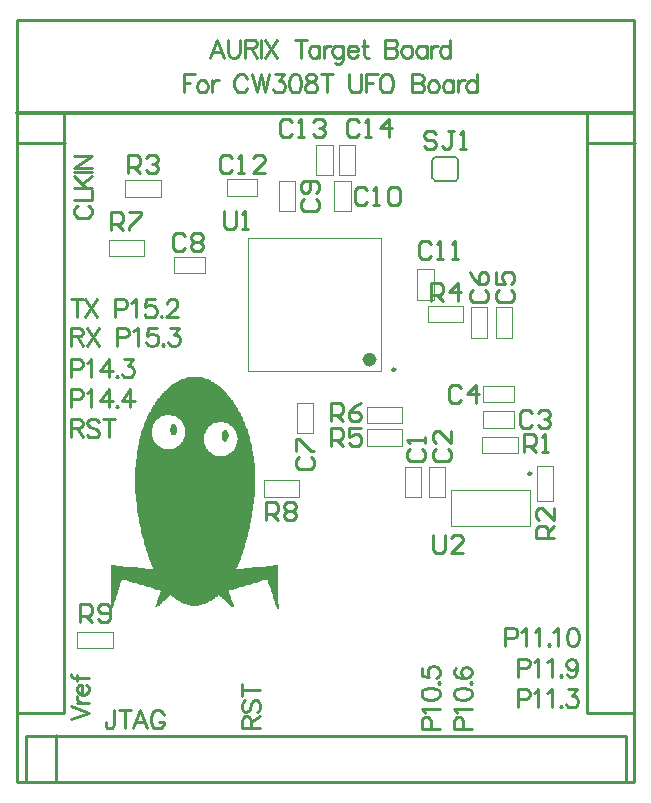
<source format=gto>
G04*
G04 #@! TF.GenerationSoftware,Altium Limited,Altium Designer,19.0.12 (326)*
G04*
G04 Layer_Color=65535*
%FSLAX25Y25*%
%MOIN*%
G70*
G01*
G75*
%ADD10C,0.00984*%
%ADD11C,0.02362*%
%ADD12C,0.00787*%
%ADD13C,0.00394*%
%ADD14C,0.01000*%
%ADD15C,0.01181*%
G36*
X60550Y135000D02*
X61946D01*
Y134767D01*
X62644D01*
Y134535D01*
X63342D01*
Y134302D01*
X64040D01*
Y134069D01*
X64505D01*
Y133836D01*
X64738D01*
Y133604D01*
X65203D01*
Y133371D01*
X65668D01*
Y133138D01*
X66134D01*
Y132906D01*
X66366D01*
Y132673D01*
X66599D01*
Y132440D01*
X67064D01*
Y132208D01*
X67297D01*
Y131975D01*
X67530D01*
Y131742D01*
X67995D01*
Y131510D01*
X68228D01*
Y131277D01*
X68460D01*
Y131044D01*
X68693D01*
Y130812D01*
X68926D01*
Y130579D01*
X69159D01*
Y130346D01*
X69391D01*
Y130114D01*
X69624D01*
Y129881D01*
X69857D01*
Y129648D01*
X70089D01*
Y129416D01*
Y129183D01*
X70322D01*
Y128950D01*
X70555D01*
Y128718D01*
X70787D01*
Y128485D01*
X71020D01*
Y128252D01*
X71253D01*
Y128020D01*
Y127787D01*
X71485D01*
Y127554D01*
X71718D01*
Y127322D01*
X71951D01*
Y127089D01*
Y126856D01*
X72183D01*
Y126624D01*
X72416D01*
Y126391D01*
Y126158D01*
X72649D01*
Y125926D01*
X72881D01*
Y125693D01*
Y125460D01*
X73114D01*
Y125228D01*
Y124995D01*
X73347D01*
Y124762D01*
X73579D01*
Y124530D01*
Y124297D01*
X73812D01*
Y124064D01*
Y123831D01*
X74045D01*
Y123599D01*
X74277D01*
Y123366D01*
Y123134D01*
X74510D01*
Y122901D01*
Y122668D01*
X74743D01*
Y122435D01*
Y122203D01*
X74975D01*
Y121970D01*
Y121738D01*
X75208D01*
Y121505D01*
Y121272D01*
Y121039D01*
X75441D01*
Y120807D01*
Y120574D01*
X75673D01*
Y120342D01*
Y120109D01*
X75906D01*
Y119876D01*
Y119643D01*
X76139D01*
Y119411D01*
Y119178D01*
Y118945D01*
X76371D01*
Y118713D01*
Y118480D01*
Y118247D01*
X76604D01*
Y118015D01*
Y117782D01*
X76837D01*
Y117549D01*
Y117317D01*
Y117084D01*
X77069D01*
Y116851D01*
Y116619D01*
Y116386D01*
Y116153D01*
X77302D01*
Y115921D01*
Y115688D01*
Y115455D01*
X77535D01*
Y115223D01*
Y114990D01*
Y114757D01*
Y114525D01*
X77767D01*
Y114292D01*
Y114059D01*
Y113827D01*
Y113594D01*
X78000D01*
Y113361D01*
Y113129D01*
Y112896D01*
Y112663D01*
X78233D01*
Y112431D01*
Y112198D01*
Y111965D01*
Y111733D01*
Y111500D01*
X78465D01*
Y111267D01*
Y111035D01*
Y110802D01*
Y110569D01*
Y110336D01*
X78698D01*
Y110104D01*
Y109871D01*
Y109639D01*
Y109406D01*
Y109173D01*
Y108940D01*
Y108708D01*
X78931D01*
Y108475D01*
Y108242D01*
Y108010D01*
Y107777D01*
Y107545D01*
Y107312D01*
Y107079D01*
Y106846D01*
Y106614D01*
X79163D01*
Y106381D01*
Y106148D01*
Y105916D01*
Y105683D01*
Y105450D01*
Y105218D01*
Y104985D01*
Y104752D01*
Y104520D01*
Y104287D01*
Y104054D01*
Y103822D01*
Y103589D01*
Y103356D01*
X79396D01*
Y103124D01*
Y102891D01*
Y102658D01*
Y102426D01*
Y102193D01*
Y101960D01*
Y101728D01*
Y101495D01*
Y101262D01*
Y101030D01*
Y100797D01*
Y100564D01*
Y100332D01*
Y100099D01*
Y99866D01*
Y99634D01*
Y99401D01*
Y99168D01*
Y98936D01*
Y98703D01*
Y98470D01*
X79163D01*
Y98238D01*
Y98005D01*
Y97772D01*
Y97540D01*
Y97307D01*
Y97074D01*
Y96842D01*
Y96609D01*
Y96376D01*
Y96144D01*
Y95911D01*
Y95678D01*
Y95446D01*
Y95213D01*
Y94980D01*
X78931D01*
Y94748D01*
Y94515D01*
Y94282D01*
Y94050D01*
Y93817D01*
Y93584D01*
Y93352D01*
Y93119D01*
Y92886D01*
X78698D01*
Y92653D01*
Y92421D01*
Y92188D01*
Y91955D01*
Y91723D01*
Y91490D01*
Y91257D01*
Y91025D01*
Y90792D01*
Y90559D01*
X78465D01*
Y90327D01*
Y90094D01*
Y89861D01*
Y89629D01*
Y89396D01*
Y89163D01*
X78233D01*
Y88931D01*
Y88698D01*
Y88465D01*
Y88233D01*
Y88000D01*
X78000D01*
Y87767D01*
Y87535D01*
Y87302D01*
Y87069D01*
Y86837D01*
Y86604D01*
X77767D01*
Y86371D01*
Y86139D01*
Y85906D01*
Y85673D01*
Y85441D01*
X77535D01*
Y85208D01*
Y84975D01*
Y84743D01*
Y84510D01*
X77302D01*
Y84277D01*
Y84045D01*
Y83812D01*
Y83579D01*
Y83347D01*
X77069D01*
Y83114D01*
Y82881D01*
Y82648D01*
Y82416D01*
X76837D01*
Y82183D01*
Y81950D01*
Y81718D01*
X76604D01*
Y81485D01*
Y81252D01*
Y81020D01*
Y80787D01*
X76371D01*
Y80554D01*
Y80322D01*
Y80089D01*
Y79856D01*
X76139D01*
Y79624D01*
Y79391D01*
Y79159D01*
X75906D01*
Y78926D01*
Y78693D01*
Y78460D01*
Y78228D01*
X75673D01*
Y77995D01*
Y77762D01*
Y77530D01*
X75441D01*
Y77297D01*
Y77064D01*
Y76832D01*
X75208D01*
Y76599D01*
Y76366D01*
Y76134D01*
X74975D01*
Y75901D01*
Y75668D01*
Y75436D01*
X74743D01*
Y75203D01*
Y74970D01*
Y74738D01*
X74510D01*
Y74505D01*
Y74272D01*
X74277D01*
Y74040D01*
Y73807D01*
Y73574D01*
X74045D01*
Y73342D01*
Y73109D01*
Y72876D01*
X73812D01*
Y72644D01*
Y72411D01*
X73579D01*
Y72178D01*
Y71946D01*
X73347D01*
Y71713D01*
Y71480D01*
X73114D01*
Y71248D01*
X73347D01*
Y71015D01*
X73579D01*
Y71248D01*
X75673D01*
Y71480D01*
X78233D01*
Y71713D01*
X80559D01*
Y71946D01*
X82886D01*
Y72178D01*
X85213D01*
Y72411D01*
X87074D01*
Y72178D01*
Y71946D01*
Y71713D01*
Y71480D01*
Y71248D01*
Y71015D01*
Y70782D01*
Y70550D01*
Y70317D01*
Y70084D01*
Y69851D01*
Y69619D01*
Y69386D01*
Y69153D01*
Y68921D01*
Y68688D01*
Y68455D01*
Y68223D01*
Y67990D01*
Y67757D01*
Y67525D01*
Y67292D01*
Y67059D01*
Y66827D01*
Y66594D01*
Y66361D01*
Y66129D01*
Y65896D01*
Y65663D01*
Y65431D01*
Y65198D01*
Y64965D01*
Y64733D01*
Y64500D01*
Y64267D01*
Y64035D01*
Y63802D01*
Y63569D01*
Y63337D01*
Y63104D01*
Y62871D01*
Y62639D01*
Y62406D01*
Y62173D01*
Y61941D01*
Y61708D01*
Y61475D01*
Y61243D01*
Y61010D01*
Y60777D01*
Y60545D01*
Y60312D01*
Y60079D01*
Y59847D01*
Y59614D01*
X87307D01*
Y59381D01*
Y59149D01*
Y58916D01*
Y58683D01*
Y58451D01*
Y58218D01*
Y57985D01*
Y57753D01*
X86609D01*
Y57985D01*
Y58218D01*
Y58451D01*
X86376D01*
Y58683D01*
Y58916D01*
Y59149D01*
X86143D01*
Y59381D01*
Y59614D01*
Y59847D01*
X85911D01*
Y60079D01*
Y60312D01*
Y60545D01*
X85678D01*
Y60777D01*
Y61010D01*
Y61243D01*
X85445D01*
Y61475D01*
Y61708D01*
Y61941D01*
X85213D01*
Y62173D01*
Y62406D01*
Y62639D01*
X84980D01*
Y62871D01*
Y63104D01*
Y63337D01*
X84747D01*
Y63569D01*
Y63802D01*
Y64035D01*
X84515D01*
Y64267D01*
Y64500D01*
Y64733D01*
X84282D01*
Y64965D01*
Y65198D01*
Y65431D01*
X84049D01*
Y65663D01*
Y65896D01*
Y66129D01*
X83817D01*
Y66361D01*
Y66594D01*
Y66827D01*
X83584D01*
Y67059D01*
Y67292D01*
Y67525D01*
X82653D01*
Y67292D01*
X81723D01*
Y67059D01*
X81025D01*
Y66827D01*
X80327D01*
Y66594D01*
X79396D01*
Y66361D01*
X78698D01*
Y66129D01*
X78000D01*
Y65896D01*
X77069D01*
Y65663D01*
X76371D01*
Y65431D01*
X75673D01*
Y65198D01*
X74743D01*
Y64965D01*
X74045D01*
Y64733D01*
X73347D01*
Y64500D01*
X72416D01*
Y64267D01*
X71718D01*
Y64035D01*
X70787D01*
Y63802D01*
X70555D01*
Y63569D01*
Y63337D01*
X70787D01*
Y63104D01*
Y62871D01*
X71020D01*
Y62639D01*
Y62406D01*
Y62173D01*
X71253D01*
Y61941D01*
Y61708D01*
Y61475D01*
X71485D01*
Y61243D01*
Y61010D01*
Y60777D01*
X71718D01*
Y60545D01*
Y60312D01*
Y60079D01*
X71951D01*
Y59847D01*
Y59614D01*
Y59381D01*
X72183D01*
Y59149D01*
Y58916D01*
Y58683D01*
Y58451D01*
X71485D01*
Y58683D01*
X71253D01*
Y58916D01*
X71020D01*
Y59149D01*
X70787D01*
Y59381D01*
X70555D01*
Y59614D01*
X70322D01*
Y59847D01*
X70089D01*
Y60079D01*
X69624D01*
Y60312D01*
X69391D01*
Y60545D01*
X69159D01*
Y60777D01*
X68926D01*
Y61010D01*
X68693D01*
Y61243D01*
X68460D01*
Y61475D01*
X68228D01*
Y61708D01*
X67762D01*
Y61941D01*
X67530D01*
Y62173D01*
X67297D01*
Y62406D01*
X67064D01*
Y62173D01*
X66832D01*
Y61941D01*
X66599D01*
Y61708D01*
X66134D01*
Y61475D01*
X65901D01*
Y61243D01*
X65668D01*
Y61010D01*
X65203D01*
Y60777D01*
X64970D01*
Y60545D01*
X64505D01*
Y60312D01*
X64040D01*
Y60079D01*
X63574D01*
Y59847D01*
X63109D01*
Y59614D01*
X62644D01*
Y59381D01*
X61713D01*
Y59149D01*
X60782D01*
Y58916D01*
X57758D01*
Y59149D01*
X56594D01*
Y59381D01*
X55896D01*
Y59614D01*
X55198D01*
Y59847D01*
X54733D01*
Y60079D01*
X54267D01*
Y60312D01*
X54035D01*
Y60545D01*
X53569D01*
Y60777D01*
X53104D01*
Y61010D01*
X52871D01*
Y61243D01*
X52639D01*
Y61475D01*
X52173D01*
Y61708D01*
X51941D01*
Y61941D01*
X51708D01*
Y62173D01*
X51475D01*
Y62406D01*
X51010D01*
Y62173D01*
X50777D01*
Y61941D01*
X50545D01*
Y61708D01*
X50312D01*
Y61475D01*
X50079D01*
Y61243D01*
X49847D01*
Y61010D01*
X49614D01*
Y60777D01*
X49381D01*
Y60545D01*
X48916D01*
Y60312D01*
X48683D01*
Y60079D01*
X48451D01*
Y59847D01*
X48218D01*
Y59614D01*
X47985D01*
Y59381D01*
X47753D01*
Y59149D01*
X47520D01*
Y58916D01*
X47055D01*
Y58683D01*
X46822D01*
Y58451D01*
X46124D01*
Y58683D01*
Y58916D01*
X46357D01*
Y59149D01*
Y59381D01*
Y59614D01*
X46589D01*
Y59847D01*
Y60079D01*
Y60312D01*
X46822D01*
Y60545D01*
Y60777D01*
X47055D01*
Y61010D01*
Y61243D01*
Y61475D01*
Y61708D01*
X47287D01*
Y61941D01*
Y62173D01*
Y62406D01*
X47520D01*
Y62639D01*
Y62871D01*
X47753D01*
Y63104D01*
Y63337D01*
Y63569D01*
X47985D01*
Y63802D01*
X47520D01*
Y64035D01*
X46822D01*
Y64267D01*
X46124D01*
Y64500D01*
X45193D01*
Y64733D01*
X44495D01*
Y64965D01*
X43565D01*
Y65198D01*
X42867D01*
Y65431D01*
X42169D01*
Y65663D01*
X41238D01*
Y65896D01*
X40540D01*
Y66129D01*
X39842D01*
Y66361D01*
X38911D01*
Y66594D01*
X38213D01*
Y66827D01*
X37282D01*
Y67059D01*
X36584D01*
Y67292D01*
X35886D01*
Y67525D01*
X34956D01*
Y67292D01*
Y67059D01*
X34723D01*
Y66827D01*
Y66594D01*
Y66361D01*
X34490D01*
Y66129D01*
Y65896D01*
Y65663D01*
X34258D01*
Y65431D01*
Y65198D01*
Y64965D01*
X34025D01*
Y64733D01*
Y64500D01*
Y64267D01*
X33792D01*
Y64035D01*
Y63802D01*
Y63569D01*
X33560D01*
Y63337D01*
Y63104D01*
Y62871D01*
X33327D01*
Y62639D01*
Y62406D01*
Y62173D01*
X33094D01*
Y61941D01*
Y61708D01*
Y61475D01*
X32862D01*
Y61243D01*
Y61010D01*
Y60777D01*
X32629D01*
Y60545D01*
Y60312D01*
Y60079D01*
X32396D01*
Y59847D01*
Y59614D01*
Y59381D01*
X32164D01*
Y59149D01*
Y58916D01*
Y58683D01*
X31931D01*
Y58451D01*
Y58218D01*
Y57985D01*
X31698D01*
Y57753D01*
X31233D01*
Y57985D01*
Y58218D01*
Y58451D01*
Y58683D01*
Y58916D01*
Y59149D01*
Y59381D01*
Y59614D01*
Y59847D01*
Y60079D01*
Y60312D01*
Y60545D01*
Y60777D01*
Y61010D01*
Y61243D01*
Y61475D01*
Y61708D01*
Y61941D01*
Y62173D01*
X31466D01*
Y62406D01*
Y62639D01*
Y62871D01*
Y63104D01*
Y63337D01*
Y63569D01*
Y63802D01*
Y64035D01*
Y64267D01*
Y64500D01*
Y64733D01*
Y64965D01*
Y65198D01*
Y65431D01*
Y65663D01*
Y65896D01*
Y66129D01*
Y66361D01*
Y66594D01*
Y66827D01*
Y67059D01*
Y67292D01*
Y67525D01*
Y67757D01*
Y67990D01*
Y68223D01*
Y68455D01*
Y68688D01*
Y68921D01*
Y69153D01*
Y69386D01*
Y69619D01*
Y69851D01*
Y70084D01*
Y70317D01*
Y70550D01*
Y70782D01*
Y71015D01*
Y71248D01*
Y71480D01*
Y71713D01*
Y71946D01*
Y72178D01*
Y72411D01*
X33094D01*
Y72178D01*
X35421D01*
Y71946D01*
X37980D01*
Y71713D01*
X40307D01*
Y71480D01*
X42634D01*
Y71248D01*
X44960D01*
Y71015D01*
X45426D01*
Y71248D01*
Y71480D01*
X45193D01*
Y71713D01*
Y71946D01*
X44960D01*
Y72178D01*
Y72411D01*
X44728D01*
Y72644D01*
Y72876D01*
Y73109D01*
X44495D01*
Y73342D01*
Y73574D01*
X44262D01*
Y73807D01*
Y74040D01*
Y74272D01*
X44030D01*
Y74505D01*
Y74738D01*
Y74970D01*
X43797D01*
Y75203D01*
Y75436D01*
Y75668D01*
X43565D01*
Y75901D01*
Y76134D01*
Y76366D01*
X43332D01*
Y76599D01*
Y76832D01*
Y77064D01*
X43099D01*
Y77297D01*
Y77530D01*
Y77762D01*
X42867D01*
Y77995D01*
Y78228D01*
Y78460D01*
X42634D01*
Y78693D01*
Y78926D01*
Y79159D01*
X42401D01*
Y79391D01*
Y79624D01*
Y79856D01*
Y80089D01*
X42169D01*
Y80322D01*
Y80554D01*
Y80787D01*
Y81020D01*
X41936D01*
Y81252D01*
Y81485D01*
Y81718D01*
X41703D01*
Y81950D01*
Y82183D01*
Y82416D01*
Y82648D01*
Y82881D01*
X41470D01*
Y83114D01*
Y83347D01*
Y83579D01*
Y83812D01*
X41238D01*
Y84045D01*
Y84277D01*
Y84510D01*
Y84743D01*
Y84975D01*
X41005D01*
Y85208D01*
Y85441D01*
Y85673D01*
Y85906D01*
Y86139D01*
X40772D01*
Y86371D01*
Y86604D01*
Y86837D01*
Y87069D01*
Y87302D01*
X40540D01*
Y87535D01*
Y87767D01*
Y88000D01*
Y88233D01*
Y88465D01*
X40307D01*
Y88698D01*
Y88931D01*
Y89163D01*
Y89396D01*
Y89629D01*
Y89861D01*
X40074D01*
Y90094D01*
Y90327D01*
Y90559D01*
Y90792D01*
Y91025D01*
Y91257D01*
Y91490D01*
X39842D01*
Y91723D01*
Y91955D01*
Y92188D01*
Y92421D01*
Y92653D01*
Y92886D01*
Y93119D01*
Y93352D01*
Y93584D01*
X39609D01*
Y93817D01*
Y94050D01*
Y94282D01*
Y94515D01*
Y94748D01*
Y94980D01*
Y95213D01*
Y95446D01*
Y95678D01*
Y95911D01*
Y96144D01*
X39376D01*
Y96376D01*
Y96609D01*
Y96842D01*
Y97074D01*
Y97307D01*
Y97540D01*
Y97772D01*
Y98005D01*
Y98238D01*
Y98470D01*
Y98703D01*
Y98936D01*
Y99168D01*
Y99401D01*
Y99634D01*
Y99866D01*
Y100099D01*
Y100332D01*
Y100564D01*
Y100797D01*
Y101030D01*
Y101262D01*
Y101495D01*
Y101728D01*
Y101960D01*
Y102193D01*
Y102426D01*
Y102658D01*
Y102891D01*
Y103124D01*
Y103356D01*
Y103589D01*
Y103822D01*
Y104054D01*
Y104287D01*
Y104520D01*
Y104752D01*
Y104985D01*
Y105218D01*
X39609D01*
Y105450D01*
Y105683D01*
Y105916D01*
Y106148D01*
Y106381D01*
Y106614D01*
Y106846D01*
Y107079D01*
Y107312D01*
Y107545D01*
Y107777D01*
X39842D01*
Y108010D01*
Y108242D01*
Y108475D01*
Y108708D01*
Y108940D01*
Y109173D01*
Y109406D01*
X40074D01*
Y109639D01*
Y109871D01*
Y110104D01*
Y110336D01*
Y110569D01*
Y110802D01*
X40307D01*
Y111035D01*
Y111267D01*
Y111500D01*
Y111733D01*
Y111965D01*
Y112198D01*
Y112431D01*
X40540D01*
Y112663D01*
Y112896D01*
Y113129D01*
Y113361D01*
X40772D01*
Y113594D01*
Y113827D01*
Y114059D01*
Y114292D01*
Y114525D01*
X41005D01*
Y114757D01*
Y114990D01*
Y115223D01*
Y115455D01*
X41238D01*
Y115688D01*
Y115921D01*
Y116153D01*
X41470D01*
Y116386D01*
Y116619D01*
Y116851D01*
Y117084D01*
X41703D01*
Y117317D01*
Y117549D01*
Y117782D01*
X41936D01*
Y118015D01*
Y118247D01*
Y118480D01*
X42169D01*
Y118713D01*
Y118945D01*
X42401D01*
Y119178D01*
Y119411D01*
Y119643D01*
X42634D01*
Y119876D01*
Y120109D01*
Y120342D01*
X42867D01*
Y120574D01*
Y120807D01*
X43099D01*
Y121039D01*
Y121272D01*
X43332D01*
Y121505D01*
Y121738D01*
Y121970D01*
X43565D01*
Y122203D01*
X43797D01*
Y122435D01*
Y122668D01*
X44030D01*
Y122901D01*
Y123134D01*
Y123366D01*
X44262D01*
Y123599D01*
X44495D01*
Y123831D01*
Y124064D01*
X44728D01*
Y124297D01*
Y124530D01*
X44960D01*
Y124762D01*
Y124995D01*
X45193D01*
Y125228D01*
X45426D01*
Y125460D01*
Y125693D01*
X45659D01*
Y125926D01*
X45891D01*
Y126158D01*
Y126391D01*
X46124D01*
Y126624D01*
X46357D01*
Y126856D01*
Y127089D01*
X46589D01*
Y127322D01*
X46822D01*
Y127554D01*
Y127787D01*
X47055D01*
Y128020D01*
X47287D01*
Y128252D01*
X47520D01*
Y128485D01*
X47753D01*
Y128718D01*
Y128950D01*
X47985D01*
Y129183D01*
X48218D01*
Y129416D01*
X48451D01*
Y129648D01*
X48683D01*
Y129881D01*
X48916D01*
Y130114D01*
X49149D01*
Y130346D01*
X49381D01*
Y130579D01*
X49614D01*
Y130812D01*
X49847D01*
Y131044D01*
X50079D01*
Y131277D01*
X50312D01*
Y131510D01*
X50545D01*
Y131742D01*
X51010D01*
Y131975D01*
X51243D01*
Y132208D01*
X51475D01*
Y132440D01*
X51708D01*
Y132673D01*
X52173D01*
Y132906D01*
X52406D01*
Y133138D01*
X52871D01*
Y133371D01*
X53337D01*
Y133604D01*
X53569D01*
Y133836D01*
X54035D01*
Y134069D01*
X54500D01*
Y134302D01*
X55198D01*
Y134535D01*
X55896D01*
Y134767D01*
X56594D01*
Y135000D01*
X57990D01*
Y135232D01*
X60550D01*
Y135000D01*
D02*
G37*
%LPC*%
G36*
X51475Y122435D02*
X49381D01*
Y122203D01*
X48683D01*
Y121970D01*
X47985D01*
Y121738D01*
X47520D01*
Y121505D01*
X47287D01*
Y121272D01*
X47055D01*
Y121039D01*
X46589D01*
Y120807D01*
X46357D01*
Y120574D01*
Y120342D01*
X46124D01*
Y120109D01*
X45891D01*
Y119876D01*
X45659D01*
Y119643D01*
Y119411D01*
X45426D01*
Y119178D01*
Y118945D01*
X45193D01*
Y118713D01*
Y118480D01*
Y118247D01*
X44960D01*
Y118015D01*
Y117782D01*
Y117549D01*
Y117317D01*
Y117084D01*
Y116851D01*
Y116619D01*
Y116386D01*
Y116153D01*
Y115921D01*
Y115688D01*
Y115455D01*
Y115223D01*
X45193D01*
Y114990D01*
Y114757D01*
Y114525D01*
X45426D01*
Y114292D01*
Y114059D01*
X45659D01*
Y113827D01*
Y113594D01*
X45891D01*
Y113361D01*
X46124D01*
Y113129D01*
X46357D01*
Y112896D01*
Y112663D01*
X46822D01*
Y112431D01*
X47055D01*
Y112198D01*
X47287D01*
Y111965D01*
X47753D01*
Y111733D01*
X47985D01*
Y111500D01*
X48683D01*
Y111267D01*
X49614D01*
Y111035D01*
X51475D01*
Y111267D01*
X52173D01*
Y111500D01*
X52871D01*
Y111733D01*
X53337D01*
Y111965D01*
X53569D01*
Y112198D01*
X54035D01*
Y112431D01*
X54267D01*
Y112663D01*
X54500D01*
Y112896D01*
X54733D01*
Y113129D01*
Y113361D01*
X54965D01*
Y113594D01*
X55198D01*
Y113827D01*
Y114059D01*
X55431D01*
Y114292D01*
X55664D01*
Y114525D01*
Y114757D01*
Y114990D01*
X55896D01*
Y115223D01*
Y115455D01*
Y115688D01*
Y115921D01*
Y116153D01*
X56129D01*
Y116386D01*
Y116619D01*
Y116851D01*
Y117084D01*
Y117317D01*
X55896D01*
Y117549D01*
Y117782D01*
Y118015D01*
Y118247D01*
Y118480D01*
X55664D01*
Y118713D01*
Y118945D01*
Y119178D01*
X55431D01*
Y119411D01*
Y119643D01*
X55198D01*
Y119876D01*
X54965D01*
Y120109D01*
Y120342D01*
X54733D01*
Y120574D01*
X54500D01*
Y120807D01*
X54267D01*
Y121039D01*
X54035D01*
Y121272D01*
X53569D01*
Y121505D01*
X53337D01*
Y121738D01*
X52871D01*
Y121970D01*
X52406D01*
Y122203D01*
X51475D01*
Y122435D01*
D02*
G37*
G36*
X68926Y120109D02*
X66832D01*
Y119876D01*
X66134D01*
Y119643D01*
X65436D01*
Y119411D01*
X64970D01*
Y119178D01*
X64738D01*
Y118945D01*
X64505D01*
Y118713D01*
X64040D01*
Y118480D01*
X63807D01*
Y118247D01*
X63574D01*
Y118015D01*
Y117782D01*
X63342D01*
Y117549D01*
X63109D01*
Y117317D01*
Y117084D01*
X62876D01*
Y116851D01*
Y116619D01*
X62644D01*
Y116386D01*
Y116153D01*
X62411D01*
Y115921D01*
Y115688D01*
Y115455D01*
Y115223D01*
Y114990D01*
Y114757D01*
Y114525D01*
Y114292D01*
Y114059D01*
Y113827D01*
Y113594D01*
Y113361D01*
Y113129D01*
Y112896D01*
X62644D01*
Y112663D01*
Y112431D01*
Y112198D01*
X62876D01*
Y111965D01*
Y111733D01*
X63109D01*
Y111500D01*
Y111267D01*
X63342D01*
Y111035D01*
X63574D01*
Y110802D01*
Y110569D01*
X63807D01*
Y110336D01*
X64040D01*
Y110104D01*
X64505D01*
Y109871D01*
X64738D01*
Y109639D01*
X64970D01*
Y109406D01*
X65436D01*
Y109173D01*
X66134D01*
Y108940D01*
X66832D01*
Y108708D01*
X68926D01*
Y108940D01*
X69624D01*
Y109173D01*
X70322D01*
Y109406D01*
X70787D01*
Y109639D01*
X71020D01*
Y109871D01*
X71253D01*
Y110104D01*
X71718D01*
Y110336D01*
X71951D01*
Y110569D01*
X72183D01*
Y110802D01*
Y111035D01*
X72416D01*
Y111267D01*
X72649D01*
Y111500D01*
Y111733D01*
X72881D01*
Y111965D01*
Y112198D01*
X73114D01*
Y112431D01*
Y112663D01*
X73347D01*
Y112896D01*
Y113129D01*
Y113361D01*
Y113594D01*
Y113827D01*
Y114059D01*
X73579D01*
Y114292D01*
Y114525D01*
Y114757D01*
X73347D01*
Y114990D01*
Y115223D01*
Y115455D01*
Y115688D01*
Y115921D01*
Y116153D01*
X73114D01*
Y116386D01*
Y116619D01*
X72881D01*
Y116851D01*
Y117084D01*
X72649D01*
Y117317D01*
Y117549D01*
X72416D01*
Y117782D01*
X72183D01*
Y118015D01*
Y118247D01*
X71951D01*
Y118480D01*
X71718D01*
Y118713D01*
X71485D01*
Y118945D01*
X71020D01*
Y119178D01*
X70787D01*
Y119411D01*
X70322D01*
Y119643D01*
X69857D01*
Y119876D01*
X68926D01*
Y120109D01*
D02*
G37*
%LPD*%
G36*
X52639Y119178D02*
X52871D01*
Y118945D01*
X53104D01*
Y118713D01*
Y118480D01*
X53337D01*
Y118247D01*
Y118015D01*
Y117782D01*
Y117549D01*
Y117317D01*
Y117084D01*
Y116851D01*
Y116619D01*
X53104D01*
Y116386D01*
Y116153D01*
X52871D01*
Y115921D01*
X52639D01*
Y115688D01*
X51708D01*
Y115921D01*
X51475D01*
Y116153D01*
X51243D01*
Y116386D01*
Y116619D01*
Y116851D01*
X51010D01*
Y117084D01*
Y117317D01*
Y117549D01*
Y117782D01*
Y118015D01*
Y118247D01*
X51243D01*
Y118480D01*
Y118713D01*
X51475D01*
Y118945D01*
Y119178D01*
X51708D01*
Y119411D01*
X52639D01*
Y119178D01*
D02*
G37*
G36*
X69857Y117084D02*
X70089D01*
Y116851D01*
X70322D01*
Y116619D01*
Y116386D01*
Y116153D01*
X70555D01*
Y115921D01*
Y115688D01*
Y115455D01*
Y115223D01*
Y114990D01*
X70322D01*
Y114757D01*
Y114525D01*
Y114292D01*
X70089D01*
Y114059D01*
Y113827D01*
X69624D01*
Y113594D01*
X68926D01*
Y113827D01*
X68693D01*
Y114059D01*
X68460D01*
Y114292D01*
Y114525D01*
X68228D01*
Y114757D01*
Y114990D01*
Y115223D01*
Y115455D01*
Y115688D01*
Y115921D01*
Y116153D01*
Y116386D01*
Y116619D01*
X68460D01*
Y116851D01*
X68693D01*
Y117084D01*
X68926D01*
Y117317D01*
X69857D01*
Y117084D01*
D02*
G37*
D10*
X171381Y102916D02*
G03*
X171381Y102916I-492J0D01*
G01*
X126048Y137597D02*
G03*
X126048Y137597I-492J0D01*
G01*
D11*
X118666Y140943D02*
G03*
X118666Y140943I-1181J0D01*
G01*
D12*
X147131Y207650D02*
G03*
X146343Y208437I-787J0D01*
G01*
Y200563D02*
G03*
X147131Y201350I0J787D01*
G01*
X138469D02*
G03*
X139257Y200563I787J0D01*
G01*
X139650Y208437D02*
G03*
X138469Y207256I0J-1181D01*
G01*
X139650Y208437D02*
X146343D01*
X147131Y201350D02*
Y207650D01*
X139257Y200563D02*
X146343D01*
X138469Y201350D02*
Y207256D01*
D13*
X94060Y95244D02*
Y100756D01*
X82249Y95244D02*
Y100756D01*
Y95244D02*
X94060D01*
X82249Y100756D02*
X94060D01*
X30494Y175392D02*
Y180904D01*
X42305Y175392D02*
Y180904D01*
X30494D02*
X42305D01*
X30494Y175392D02*
X42305D01*
X20095Y44744D02*
Y50256D01*
X31905Y44744D02*
Y50256D01*
X20095D02*
X31905D01*
X20095Y44744D02*
X31905D01*
X47905Y195244D02*
Y200756D01*
X36094Y195244D02*
Y200756D01*
Y195244D02*
X47905D01*
X36094Y200756D02*
X47905D01*
X52382Y169744D02*
X62618D01*
X52382Y175256D02*
X62618D01*
X52382Y169744D02*
Y175256D01*
X62618Y169744D02*
Y175256D01*
X80118Y195500D02*
Y201012D01*
X69882Y195500D02*
Y201012D01*
X80118D01*
X69882Y195500D02*
X80118D01*
X107244Y202382D02*
X112756D01*
X107244Y212618D02*
X112756D01*
Y202382D02*
Y212618D01*
X107244Y202382D02*
Y212618D01*
X99744Y202382D02*
X105256D01*
X99744Y212618D02*
X105256D01*
Y202382D02*
Y212618D01*
X99744Y202382D02*
Y212618D01*
X137244Y105278D02*
X142756D01*
X137244Y95042D02*
X142756D01*
X137244D02*
Y105278D01*
X142756Y95042D02*
Y105278D01*
X129244D02*
X134756D01*
X129244Y95042D02*
X134756D01*
X129244D02*
Y105278D01*
X134756Y95042D02*
Y105278D01*
X144511Y85298D02*
Y97502D01*
X170889Y85298D02*
Y97502D01*
X144511Y85298D02*
X170889D01*
X144511Y97502D02*
X170889D01*
X155141Y109644D02*
Y115156D01*
X166952Y109644D02*
Y115156D01*
X155141D02*
X166952D01*
X155141Y109644D02*
X166952D01*
X173244Y105475D02*
X178756D01*
X173244Y93664D02*
X178756D01*
Y105475D01*
X173244Y93664D02*
Y105475D01*
X155338Y126744D02*
Y132256D01*
X165574Y126744D02*
Y132256D01*
X155338Y126744D02*
X165574D01*
X155338Y132256D02*
X165574D01*
X155338Y118244D02*
Y123756D01*
X165574Y118244D02*
Y123756D01*
X155338Y118244D02*
X165574D01*
X155338Y123756D02*
X165574D01*
X116595Y117756D02*
X128405D01*
X116595Y112244D02*
X128405D01*
X116595D02*
Y117756D01*
X128405Y112244D02*
Y117756D01*
X116595Y125256D02*
X128405D01*
X116595Y119744D02*
X128405D01*
X116595D02*
Y125256D01*
X128405Y119744D02*
Y125256D01*
X133386Y160954D02*
Y171191D01*
X138898Y160954D02*
Y171191D01*
X133386D02*
X138898D01*
X133386Y160954D02*
X138898D01*
X148705Y153345D02*
Y158857D01*
X136895Y153345D02*
Y158857D01*
Y153345D02*
X148705D01*
X136895Y158857D02*
X148705D01*
X156756Y148227D02*
Y158463D01*
X151244Y148227D02*
Y158463D01*
Y148227D02*
X156756D01*
X151244Y158463D02*
X156756D01*
X165156Y148227D02*
Y158463D01*
X159644Y148227D02*
Y158463D01*
Y148227D02*
X165156D01*
X159644Y158463D02*
X165156D01*
X77131Y181298D02*
X121225D01*
X77131Y137203D02*
X121225D01*
X77131D02*
Y181298D01*
X121225Y137203D02*
Y181298D01*
X87244Y190382D02*
Y200618D01*
X92756Y190382D02*
Y200618D01*
X87244D02*
X92756D01*
X87244Y190382D02*
X92756D01*
X105744D02*
Y200618D01*
X111256Y190382D02*
Y200618D01*
X105744D02*
X111256D01*
X105744Y190382D02*
X111256D01*
X98756Y116382D02*
Y126618D01*
X93244Y116382D02*
Y126618D01*
Y116382D02*
X98756D01*
X93244Y126618D02*
X98756D01*
D14*
X205500Y23000D02*
Y223000D01*
X126Y213000D02*
X15874D01*
X126Y223000D02*
X15500D01*
Y23000D02*
Y223000D01*
X126Y23000D02*
X15500D01*
X126D02*
Y223000D01*
X13000Y126D02*
Y15874D01*
X3000Y126D02*
Y15500D01*
X203000D01*
Y126D02*
Y15500D01*
X3000Y126D02*
X203000D01*
X190126Y213000D02*
X205874D01*
X190126Y223000D02*
X205500D01*
X190126Y23000D02*
X205500D01*
X190126D02*
Y223000D01*
X68869Y241598D02*
X66583Y247597D01*
X64298Y241598D01*
X65155Y243598D02*
X68012D01*
X70268Y247597D02*
Y243312D01*
X70554Y242455D01*
X71125Y241884D01*
X71982Y241598D01*
X72553D01*
X73410Y241884D01*
X73982Y242455D01*
X74267Y243312D01*
Y247597D01*
X75924D02*
Y241598D01*
Y247597D02*
X78495D01*
X79352Y247311D01*
X79638Y247025D01*
X79923Y246454D01*
Y245883D01*
X79638Y245311D01*
X79352Y245026D01*
X78495Y244740D01*
X75924D01*
X77924D02*
X79923Y241598D01*
X81266Y247597D02*
Y241598D01*
X82523Y247597D02*
X86522Y241598D01*
Y247597D02*
X82523Y241598D01*
X94577Y247597D02*
Y241598D01*
X92578Y247597D02*
X96577D01*
X100719Y245597D02*
Y241598D01*
Y244740D02*
X100148Y245311D01*
X99576Y245597D01*
X98719D01*
X98148Y245311D01*
X97577Y244740D01*
X97291Y243883D01*
Y243312D01*
X97577Y242455D01*
X98148Y241884D01*
X98719Y241598D01*
X99576D01*
X100148Y241884D01*
X100719Y242455D01*
X102319Y245597D02*
Y241598D01*
Y243883D02*
X102604Y244740D01*
X103175Y245311D01*
X103747Y245597D01*
X104604D01*
X108574D02*
Y241027D01*
X108289Y240170D01*
X108003Y239884D01*
X107432Y239598D01*
X106575D01*
X106003Y239884D01*
X108574Y244740D02*
X108003Y245311D01*
X107432Y245597D01*
X106575D01*
X106003Y245311D01*
X105432Y244740D01*
X105147Y243883D01*
Y243312D01*
X105432Y242455D01*
X106003Y241884D01*
X106575Y241598D01*
X107432D01*
X108003Y241884D01*
X108574Y242455D01*
X110174Y243883D02*
X113602D01*
Y244455D01*
X113316Y245026D01*
X113031Y245311D01*
X112459Y245597D01*
X111602D01*
X111031Y245311D01*
X110460Y244740D01*
X110174Y243883D01*
Y243312D01*
X110460Y242455D01*
X111031Y241884D01*
X111602Y241598D01*
X112459D01*
X113031Y241884D01*
X113602Y242455D01*
X115744Y247597D02*
Y242741D01*
X116030Y241884D01*
X116601Y241598D01*
X117173D01*
X114887Y245597D02*
X116887D01*
X122743Y247597D02*
Y241598D01*
Y247597D02*
X125314D01*
X126171Y247311D01*
X126456Y247025D01*
X126742Y246454D01*
Y245883D01*
X126456Y245311D01*
X126171Y245026D01*
X125314Y244740D01*
X122743D02*
X125314D01*
X126171Y244455D01*
X126456Y244169D01*
X126742Y243598D01*
Y242741D01*
X126456Y242169D01*
X126171Y241884D01*
X125314Y241598D01*
X122743D01*
X129513Y245597D02*
X128941Y245311D01*
X128370Y244740D01*
X128084Y243883D01*
Y243312D01*
X128370Y242455D01*
X128941Y241884D01*
X129513Y241598D01*
X130370D01*
X130941Y241884D01*
X131512Y242455D01*
X131798Y243312D01*
Y243883D01*
X131512Y244740D01*
X130941Y245311D01*
X130370Y245597D01*
X129513D01*
X136540D02*
Y241598D01*
Y244740D02*
X135968Y245311D01*
X135397Y245597D01*
X134540D01*
X133969Y245311D01*
X133398Y244740D01*
X133112Y243883D01*
Y243312D01*
X133398Y242455D01*
X133969Y241884D01*
X134540Y241598D01*
X135397D01*
X135968Y241884D01*
X136540Y242455D01*
X138139Y245597D02*
Y241598D01*
Y243883D02*
X138425Y244740D01*
X138996Y245311D01*
X139568Y245597D01*
X140425D01*
X144395Y247597D02*
Y241598D01*
Y244740D02*
X143824Y245311D01*
X143253Y245597D01*
X142396D01*
X141824Y245311D01*
X141253Y244740D01*
X140967Y243883D01*
Y243312D01*
X141253Y242455D01*
X141824Y241884D01*
X142396Y241598D01*
X143253D01*
X143824Y241884D01*
X144395Y242455D01*
X55500Y235999D02*
Y230000D01*
Y235999D02*
X59214D01*
X55500Y233142D02*
X57785D01*
X61327Y233999D02*
X60756Y233714D01*
X60185Y233142D01*
X59899Y232285D01*
Y231714D01*
X60185Y230857D01*
X60756Y230286D01*
X61327Y230000D01*
X62184D01*
X62756Y230286D01*
X63327Y230857D01*
X63613Y231714D01*
Y232285D01*
X63327Y233142D01*
X62756Y233714D01*
X62184Y233999D01*
X61327D01*
X64926D02*
Y230000D01*
Y232285D02*
X65212Y233142D01*
X65784Y233714D01*
X66355Y233999D01*
X67212D01*
X76753Y234570D02*
X76467Y235142D01*
X75896Y235713D01*
X75324Y235999D01*
X74182D01*
X73610Y235713D01*
X73039Y235142D01*
X72753Y234570D01*
X72468Y233714D01*
Y232285D01*
X72753Y231428D01*
X73039Y230857D01*
X73610Y230286D01*
X74182Y230000D01*
X75324D01*
X75896Y230286D01*
X76467Y230857D01*
X76753Y231428D01*
X78438Y235999D02*
X79866Y230000D01*
X81295Y235999D02*
X79866Y230000D01*
X81295Y235999D02*
X82723Y230000D01*
X84151Y235999D02*
X82723Y230000D01*
X85922Y235999D02*
X89064D01*
X87350Y233714D01*
X88207D01*
X88779Y233428D01*
X89064Y233142D01*
X89350Y232285D01*
Y231714D01*
X89064Y230857D01*
X88493Y230286D01*
X87636Y230000D01*
X86779D01*
X85922Y230286D01*
X85636Y230571D01*
X85351Y231143D01*
X92406Y235999D02*
X91549Y235713D01*
X90978Y234856D01*
X90693Y233428D01*
Y232571D01*
X90978Y231143D01*
X91549Y230286D01*
X92406Y230000D01*
X92978D01*
X93835Y230286D01*
X94406Y231143D01*
X94692Y232571D01*
Y233428D01*
X94406Y234856D01*
X93835Y235713D01*
X92978Y235999D01*
X92406D01*
X97462D02*
X96605Y235713D01*
X96320Y235142D01*
Y234570D01*
X96605Y233999D01*
X97177Y233714D01*
X98319Y233428D01*
X99176Y233142D01*
X99748Y232571D01*
X100033Y232000D01*
Y231143D01*
X99748Y230571D01*
X99462Y230286D01*
X98605Y230000D01*
X97462D01*
X96605Y230286D01*
X96320Y230571D01*
X96034Y231143D01*
Y232000D01*
X96320Y232571D01*
X96891Y233142D01*
X97748Y233428D01*
X98891Y233714D01*
X99462Y233999D01*
X99748Y234570D01*
Y235142D01*
X99462Y235713D01*
X98605Y235999D01*
X97462D01*
X103375D02*
Y230000D01*
X101376Y235999D02*
X105375D01*
X110802D02*
Y231714D01*
X111088Y230857D01*
X111659Y230286D01*
X112516Y230000D01*
X113088D01*
X113945Y230286D01*
X114516Y230857D01*
X114802Y231714D01*
Y235999D01*
X116458D02*
Y230000D01*
Y235999D02*
X120172D01*
X116458Y233142D02*
X118744D01*
X122571Y235999D02*
X122000Y235713D01*
X121429Y235142D01*
X121143Y234570D01*
X120857Y233714D01*
Y232285D01*
X121143Y231428D01*
X121429Y230857D01*
X122000Y230286D01*
X122571Y230000D01*
X123714D01*
X124285Y230286D01*
X124857Y230857D01*
X125142Y231428D01*
X125428Y232285D01*
Y233714D01*
X125142Y234570D01*
X124857Y235142D01*
X124285Y235713D01*
X123714Y235999D01*
X122571D01*
X131541D02*
Y230000D01*
Y235999D02*
X134112D01*
X134969Y235713D01*
X135254Y235427D01*
X135540Y234856D01*
Y234285D01*
X135254Y233714D01*
X134969Y233428D01*
X134112Y233142D01*
X131541D02*
X134112D01*
X134969Y232856D01*
X135254Y232571D01*
X135540Y232000D01*
Y231143D01*
X135254Y230571D01*
X134969Y230286D01*
X134112Y230000D01*
X131541D01*
X138311Y233999D02*
X137740Y233714D01*
X137168Y233142D01*
X136883Y232285D01*
Y231714D01*
X137168Y230857D01*
X137740Y230286D01*
X138311Y230000D01*
X139168D01*
X139739Y230286D01*
X140310Y230857D01*
X140596Y231714D01*
Y232285D01*
X140310Y233142D01*
X139739Y233714D01*
X139168Y233999D01*
X138311D01*
X145338D02*
Y230000D01*
Y233142D02*
X144767Y233714D01*
X144195Y233999D01*
X143338D01*
X142767Y233714D01*
X142196Y233142D01*
X141910Y232285D01*
Y231714D01*
X142196Y230857D01*
X142767Y230286D01*
X143338Y230000D01*
X144195D01*
X144767Y230286D01*
X145338Y230857D01*
X146938Y233999D02*
Y230000D01*
Y232285D02*
X147223Y233142D01*
X147794Y233714D01*
X148366Y233999D01*
X149223D01*
X153193Y235999D02*
Y230000D01*
Y233142D02*
X152622Y233714D01*
X152051Y233999D01*
X151194D01*
X150622Y233714D01*
X150051Y233142D01*
X149766Y232285D01*
Y231714D01*
X150051Y230857D01*
X150622Y230286D01*
X151194Y230000D01*
X152051D01*
X152622Y230286D01*
X153193Y230857D01*
X148743Y17800D02*
Y20371D01*
X148458Y21228D01*
X148172Y21513D01*
X147601Y21799D01*
X146744D01*
X146173Y21513D01*
X145887Y21228D01*
X145601Y20371D01*
Y17800D01*
X151600D01*
X146744Y23142D02*
X146458Y23713D01*
X145601Y24570D01*
X151600D01*
X145601Y29255D02*
X145887Y28398D01*
X146744Y27826D01*
X148172Y27541D01*
X149029D01*
X150457Y27826D01*
X151314Y28398D01*
X151600Y29255D01*
Y29826D01*
X151314Y30683D01*
X150457Y31254D01*
X149029Y31540D01*
X148172D01*
X146744Y31254D01*
X145887Y30683D01*
X145601Y29826D01*
Y29255D01*
X151029Y33168D02*
X151314Y32882D01*
X151600Y33168D01*
X151314Y33454D01*
X151029Y33168D01*
X146458Y38196D02*
X145887Y37910D01*
X145601Y37053D01*
Y36482D01*
X145887Y35625D01*
X146744Y35053D01*
X148172Y34768D01*
X149600D01*
X150743Y35053D01*
X151314Y35625D01*
X151600Y36482D01*
Y36767D01*
X151314Y37624D01*
X150743Y38196D01*
X149886Y38481D01*
X149600D01*
X148743Y38196D01*
X148172Y37624D01*
X147887Y36767D01*
Y36482D01*
X148172Y35625D01*
X148743Y35053D01*
X149600Y34768D01*
X137988Y17800D02*
Y20371D01*
X137702Y21228D01*
X137416Y21513D01*
X136845Y21799D01*
X135988D01*
X135417Y21513D01*
X135131Y21228D01*
X134845Y20371D01*
Y17800D01*
X140844D01*
X135988Y23142D02*
X135702Y23713D01*
X134845Y24570D01*
X140844D01*
X134845Y29255D02*
X135131Y28398D01*
X135988Y27826D01*
X137416Y27541D01*
X138273D01*
X139701Y27826D01*
X140558Y28398D01*
X140844Y29255D01*
Y29826D01*
X140558Y30683D01*
X139701Y31254D01*
X138273Y31540D01*
X137416D01*
X135988Y31254D01*
X135131Y30683D01*
X134845Y29826D01*
Y29255D01*
X140273Y33168D02*
X140558Y32882D01*
X140844Y33168D01*
X140558Y33454D01*
X140273Y33168D01*
X134845Y38196D02*
Y35339D01*
X137416Y35053D01*
X137131Y35339D01*
X136845Y36196D01*
Y37053D01*
X137131Y37910D01*
X137702Y38481D01*
X138559Y38767D01*
X139130D01*
X139987Y38481D01*
X140558Y37910D01*
X140844Y37053D01*
Y36196D01*
X140558Y35339D01*
X140273Y35053D01*
X139701Y34768D01*
X18001Y21000D02*
X24000Y23285D01*
X18001Y25570D02*
X24000Y23285D01*
X20001Y26342D02*
X24000D01*
X21715D02*
X20858Y26627D01*
X20287Y27199D01*
X20001Y27770D01*
Y28627D01*
X21715Y29170D02*
Y32598D01*
X21144D01*
X20572Y32312D01*
X20287Y32026D01*
X20001Y31455D01*
Y30598D01*
X20287Y30027D01*
X20858Y29455D01*
X21715Y29170D01*
X22286D01*
X23143Y29455D01*
X23714Y30027D01*
X24000Y30598D01*
Y31455D01*
X23714Y32026D01*
X23143Y32598D01*
X18001Y36168D02*
Y35597D01*
X18287Y35026D01*
X19144Y34740D01*
X24000D01*
X20001Y33883D02*
Y35882D01*
X167000Y27856D02*
X169571D01*
X170428Y28142D01*
X170713Y28428D01*
X170999Y28999D01*
Y29856D01*
X170713Y30427D01*
X170428Y30713D01*
X169571Y30999D01*
X167000D01*
Y25000D01*
X172342Y29856D02*
X172913Y30142D01*
X173770Y30999D01*
Y25000D01*
X176741Y29856D02*
X177312Y30142D01*
X178169Y30999D01*
Y25000D01*
X181425Y25571D02*
X181140Y25286D01*
X181425Y25000D01*
X181711Y25286D01*
X181425Y25571D01*
X183597Y30999D02*
X186739D01*
X185025Y28714D01*
X185882D01*
X186453Y28428D01*
X186739Y28142D01*
X187024Y27285D01*
Y26714D01*
X186739Y25857D01*
X186167Y25286D01*
X185310Y25000D01*
X184453D01*
X183597Y25286D01*
X183311Y25571D01*
X183025Y26143D01*
X167000Y38056D02*
X169571D01*
X170428Y38342D01*
X170713Y38628D01*
X170999Y39199D01*
Y40056D01*
X170713Y40627D01*
X170428Y40913D01*
X169571Y41199D01*
X167000D01*
Y35200D01*
X172342Y40056D02*
X172913Y40342D01*
X173770Y41199D01*
Y35200D01*
X176741Y40056D02*
X177312Y40342D01*
X178169Y41199D01*
Y35200D01*
X181425Y35771D02*
X181140Y35486D01*
X181425Y35200D01*
X181711Y35486D01*
X181425Y35771D01*
X186739Y39199D02*
X186453Y38342D01*
X185882Y37771D01*
X185025Y37485D01*
X184739D01*
X183882Y37771D01*
X183311Y38342D01*
X183025Y39199D01*
Y39485D01*
X183311Y40342D01*
X183882Y40913D01*
X184739Y41199D01*
X185025D01*
X185882Y40913D01*
X186453Y40342D01*
X186739Y39199D01*
Y37771D01*
X186453Y36343D01*
X185882Y35486D01*
X185025Y35200D01*
X184453D01*
X183597Y35486D01*
X183311Y36057D01*
X162800Y48256D02*
X165371D01*
X166228Y48542D01*
X166514Y48828D01*
X166799Y49399D01*
Y50256D01*
X166514Y50827D01*
X166228Y51113D01*
X165371Y51399D01*
X162800D01*
Y45400D01*
X168142Y50256D02*
X168713Y50542D01*
X169570Y51399D01*
Y45400D01*
X172541Y50256D02*
X173112Y50542D01*
X173969Y51399D01*
Y45400D01*
X177225Y45971D02*
X176940Y45686D01*
X177225Y45400D01*
X177511Y45686D01*
X177225Y45971D01*
X178825Y50256D02*
X179396Y50542D01*
X180253Y51399D01*
Y45400D01*
X184938Y51399D02*
X184081Y51113D01*
X183510Y50256D01*
X183224Y48828D01*
Y47971D01*
X183510Y46543D01*
X184081Y45686D01*
X184938Y45400D01*
X185509D01*
X186366Y45686D01*
X186938Y46543D01*
X187223Y47971D01*
Y48828D01*
X186938Y50256D01*
X186366Y51113D01*
X185509Y51399D01*
X184938D01*
X32357Y23999D02*
Y19428D01*
X32071Y18571D01*
X31785Y18286D01*
X31214Y18000D01*
X30643D01*
X30071Y18286D01*
X29786Y18571D01*
X29500Y19428D01*
Y20000D01*
X35899Y23999D02*
Y18000D01*
X33899Y23999D02*
X37898D01*
X43183Y18000D02*
X40898Y23999D01*
X38612Y18000D01*
X39469Y20000D02*
X42326D01*
X48867Y22570D02*
X48582Y23142D01*
X48010Y23713D01*
X47439Y23999D01*
X46296D01*
X45725Y23713D01*
X45154Y23142D01*
X44868Y22570D01*
X44583Y21713D01*
Y20285D01*
X44868Y19428D01*
X45154Y18857D01*
X45725Y18286D01*
X46296Y18000D01*
X47439D01*
X48010Y18286D01*
X48582Y18857D01*
X48867Y19428D01*
Y20285D01*
X47439D02*
X48867D01*
X75001Y18000D02*
X81000D01*
X75001D02*
Y20571D01*
X75287Y21428D01*
X75573Y21713D01*
X76144Y21999D01*
X76715D01*
X77286Y21713D01*
X77572Y21428D01*
X77858Y20571D01*
Y18000D01*
Y20000D02*
X81000Y21999D01*
X75858Y27341D02*
X75287Y26770D01*
X75001Y25913D01*
Y24770D01*
X75287Y23913D01*
X75858Y23342D01*
X76429D01*
X77001Y23627D01*
X77286Y23913D01*
X77572Y24484D01*
X78144Y26198D01*
X78429Y26770D01*
X78715Y27055D01*
X79286Y27341D01*
X80143D01*
X80714Y26770D01*
X81000Y25913D01*
Y24770D01*
X80714Y23913D01*
X80143Y23342D01*
X75001Y30683D02*
X81000D01*
X75001Y28683D02*
Y32683D01*
X18000Y120999D02*
Y115000D01*
Y120999D02*
X20571D01*
X21428Y120713D01*
X21713Y120427D01*
X21999Y119856D01*
Y119285D01*
X21713Y118713D01*
X21428Y118428D01*
X20571Y118142D01*
X18000D01*
X20000D02*
X21999Y115000D01*
X27341Y120142D02*
X26770Y120713D01*
X25913Y120999D01*
X24770D01*
X23913Y120713D01*
X23342Y120142D01*
Y119571D01*
X23627Y118999D01*
X23913Y118713D01*
X24484Y118428D01*
X26198Y117857D01*
X26770Y117571D01*
X27055Y117285D01*
X27341Y116714D01*
Y115857D01*
X26770Y115286D01*
X25913Y115000D01*
X24770D01*
X23913Y115286D01*
X23342Y115857D01*
X30683Y120999D02*
Y115000D01*
X28683Y120999D02*
X32683D01*
X18000Y127857D02*
X20571D01*
X21428Y128142D01*
X21713Y128428D01*
X21999Y128999D01*
Y129856D01*
X21713Y130427D01*
X21428Y130713D01*
X20571Y130999D01*
X18000D01*
Y125000D01*
X23342Y129856D02*
X23913Y130142D01*
X24770Y130999D01*
Y125000D01*
X30597Y130999D02*
X27741Y127000D01*
X32026D01*
X30597Y130999D02*
Y125000D01*
X33368Y125571D02*
X33083Y125286D01*
X33368Y125000D01*
X33654Y125286D01*
X33368Y125571D01*
X37824Y130999D02*
X34968Y127000D01*
X39253D01*
X37824Y130999D02*
Y125000D01*
X18000Y137856D02*
X20571D01*
X21428Y138142D01*
X21713Y138428D01*
X21999Y138999D01*
Y139856D01*
X21713Y140427D01*
X21428Y140713D01*
X20571Y140999D01*
X18000D01*
Y135000D01*
X23342Y139856D02*
X23913Y140142D01*
X24770Y140999D01*
Y135000D01*
X30597Y140999D02*
X27741Y137000D01*
X32026D01*
X30597Y140999D02*
Y135000D01*
X33368Y135571D02*
X33083Y135286D01*
X33368Y135000D01*
X33654Y135286D01*
X33368Y135571D01*
X35539Y140999D02*
X38681D01*
X36967Y138714D01*
X37824D01*
X38396Y138428D01*
X38681Y138142D01*
X38967Y137285D01*
Y136714D01*
X38681Y135857D01*
X38110Y135286D01*
X37253Y135000D01*
X36396D01*
X35539Y135286D01*
X35253Y135571D01*
X34968Y136143D01*
X18000Y151499D02*
Y145500D01*
Y151499D02*
X20571D01*
X21428Y151213D01*
X21713Y150927D01*
X21999Y150356D01*
Y149785D01*
X21713Y149214D01*
X21428Y148928D01*
X20571Y148642D01*
X18000D01*
X20000D02*
X21999Y145500D01*
X23342Y151499D02*
X27341Y145500D01*
Y151499D02*
X23342Y145500D01*
X33397Y148356D02*
X35968D01*
X36825Y148642D01*
X37110Y148928D01*
X37396Y149499D01*
Y150356D01*
X37110Y150927D01*
X36825Y151213D01*
X35968Y151499D01*
X33397D01*
Y145500D01*
X38738Y150356D02*
X39310Y150642D01*
X40167Y151499D01*
Y145500D01*
X46565Y151499D02*
X43709D01*
X43423Y148928D01*
X43709Y149214D01*
X44566Y149499D01*
X45423D01*
X46280Y149214D01*
X46851Y148642D01*
X47137Y147785D01*
Y147214D01*
X46851Y146357D01*
X46280Y145786D01*
X45423Y145500D01*
X44566D01*
X43709Y145786D01*
X43423Y146071D01*
X43137Y146643D01*
X48765Y146071D02*
X48479Y145786D01*
X48765Y145500D01*
X49051Y145786D01*
X48765Y146071D01*
X50936Y151499D02*
X54078D01*
X52364Y149214D01*
X53221D01*
X53792Y148928D01*
X54078Y148642D01*
X54364Y147785D01*
Y147214D01*
X54078Y146357D01*
X53507Y145786D01*
X52650Y145500D01*
X51793D01*
X50936Y145786D01*
X50650Y146071D01*
X50365Y146643D01*
X20000Y160999D02*
Y155000D01*
X18000Y160999D02*
X21999D01*
X22713D02*
X26712Y155000D01*
Y160999D02*
X22713Y155000D01*
X32768Y157857D02*
X35339D01*
X36196Y158142D01*
X36482Y158428D01*
X36767Y158999D01*
Y159856D01*
X36482Y160427D01*
X36196Y160713D01*
X35339Y160999D01*
X32768D01*
Y155000D01*
X38110Y159856D02*
X38681Y160142D01*
X39538Y160999D01*
Y155000D01*
X45937Y160999D02*
X43080D01*
X42795Y158428D01*
X43080Y158713D01*
X43937Y158999D01*
X44794D01*
X45651Y158713D01*
X46222Y158142D01*
X46508Y157285D01*
Y156714D01*
X46222Y155857D01*
X45651Y155286D01*
X44794Y155000D01*
X43937D01*
X43080Y155286D01*
X42795Y155571D01*
X42509Y156143D01*
X48136Y155571D02*
X47851Y155286D01*
X48136Y155000D01*
X48422Y155286D01*
X48136Y155571D01*
X50022Y159571D02*
Y159856D01*
X50307Y160427D01*
X50593Y160713D01*
X51164Y160999D01*
X52307D01*
X52878Y160713D01*
X53164Y160427D01*
X53449Y159856D01*
Y159285D01*
X53164Y158713D01*
X52593Y157857D01*
X49736Y155000D01*
X53735D01*
X20430Y192285D02*
X19858Y191999D01*
X19287Y191428D01*
X19001Y190857D01*
Y189714D01*
X19287Y189143D01*
X19858Y188571D01*
X20430Y188286D01*
X21286Y188000D01*
X22715D01*
X23572Y188286D01*
X24143Y188571D01*
X24714Y189143D01*
X25000Y189714D01*
Y190857D01*
X24714Y191428D01*
X24143Y191999D01*
X23572Y192285D01*
X19001Y193970D02*
X25000D01*
Y197398D01*
X19001Y198055D02*
X25000D01*
X19001Y202054D02*
X23000Y198055D01*
X21572Y199483D02*
X25000Y202054D01*
X19001Y203397D02*
X25000D01*
X19001Y204654D02*
X25000D01*
X19001D02*
X25000Y208653D01*
X19001D02*
X25000D01*
X20877Y53500D02*
Y59498D01*
X23877D01*
X24876Y58498D01*
Y56499D01*
X23877Y55499D01*
X20877D01*
X22877D02*
X24876Y53500D01*
X26875Y54500D02*
X27875Y53500D01*
X29875D01*
X30874Y54500D01*
Y58498D01*
X29875Y59498D01*
X27875D01*
X26875Y58498D01*
Y57499D01*
X27875Y56499D01*
X30874D01*
X83000Y87418D02*
Y93416D01*
X85999D01*
X86999Y92417D01*
Y90417D01*
X85999Y89418D01*
X83000D01*
X84999D02*
X86999Y87418D01*
X88998Y92417D02*
X89998Y93416D01*
X91997D01*
X92997Y92417D01*
Y91417D01*
X91997Y90417D01*
X92997Y89418D01*
Y88418D01*
X91997Y87418D01*
X89998D01*
X88998Y88418D01*
Y89418D01*
X89998Y90417D01*
X88998Y91417D01*
Y92417D01*
X89998Y90417D02*
X91997D01*
X31300Y184100D02*
Y190098D01*
X34299D01*
X35299Y189098D01*
Y187099D01*
X34299Y186099D01*
X31300D01*
X33299D02*
X35299Y184100D01*
X37298Y190098D02*
X41297D01*
Y189098D01*
X37298Y185100D01*
Y184100D01*
X113999Y219998D02*
X112999Y220998D01*
X111000D01*
X110000Y219998D01*
Y216000D01*
X111000Y215000D01*
X112999D01*
X113999Y216000D01*
X115998Y215000D02*
X117997D01*
X116998D01*
Y220998D01*
X115998Y219998D01*
X123995Y215000D02*
Y220998D01*
X120996Y217999D01*
X124995D01*
X91499Y219998D02*
X90499Y220998D01*
X88500D01*
X87500Y219998D01*
Y216000D01*
X88500Y215000D01*
X90499D01*
X91499Y216000D01*
X93498Y215000D02*
X95497D01*
X94498D01*
Y220998D01*
X93498Y219998D01*
X98496D02*
X99496Y220998D01*
X101496D01*
X102495Y219998D01*
Y218999D01*
X101496Y217999D01*
X100496D01*
X101496D01*
X102495Y216999D01*
Y216000D01*
X101496Y215000D01*
X99496D01*
X98496Y216000D01*
X71499Y207998D02*
X70499Y208998D01*
X68500D01*
X67500Y207998D01*
Y204000D01*
X68500Y203000D01*
X70499D01*
X71499Y204000D01*
X73498Y203000D02*
X75497D01*
X74498D01*
Y208998D01*
X73498Y207998D01*
X82495Y203000D02*
X78496D01*
X82495Y206999D01*
Y207998D01*
X81495Y208998D01*
X79496D01*
X78496Y207998D01*
X138000Y160500D02*
Y166498D01*
X140999D01*
X141999Y165498D01*
Y163499D01*
X140999Y162499D01*
X138000D01*
X139999D02*
X141999Y160500D01*
X146997D02*
Y166498D01*
X143998Y163499D01*
X147997D01*
X37000Y203000D02*
Y208998D01*
X39999D01*
X40999Y207998D01*
Y205999D01*
X39999Y204999D01*
X37000D01*
X38999D02*
X40999Y203000D01*
X42998Y207998D02*
X43998Y208998D01*
X45997D01*
X46997Y207998D01*
Y206999D01*
X45997Y205999D01*
X44997D01*
X45997D01*
X46997Y204999D01*
Y204000D01*
X45997Y203000D01*
X43998D01*
X42998Y204000D01*
X139499Y215998D02*
X138499Y216998D01*
X136500D01*
X135500Y215998D01*
Y214999D01*
X136500Y213999D01*
X138499D01*
X139499Y212999D01*
Y212000D01*
X138499Y211000D01*
X136500D01*
X135500Y212000D01*
X145497Y216998D02*
X143497D01*
X144497D01*
Y212000D01*
X143497Y211000D01*
X142498D01*
X141498Y212000D01*
X147496Y211000D02*
X149495D01*
X148496D01*
Y216998D01*
X147496Y215998D01*
X138500Y82498D02*
Y77500D01*
X139500Y76500D01*
X141499D01*
X142499Y77500D01*
Y82498D01*
X148497Y76500D02*
X144498D01*
X148497Y80499D01*
Y81498D01*
X147497Y82498D01*
X145498D01*
X144498Y81498D01*
X179000Y81569D02*
X173002D01*
Y84568D01*
X174002Y85568D01*
X176001D01*
X177001Y84568D01*
Y81569D01*
Y83569D02*
X179000Y85568D01*
Y91566D02*
Y87567D01*
X175001Y91566D01*
X174002D01*
X173002Y90566D01*
Y88567D01*
X174002Y87567D01*
X168846Y110000D02*
Y115998D01*
X171845D01*
X172845Y114998D01*
Y112999D01*
X171845Y111999D01*
X168846D01*
X170846D02*
X172845Y110000D01*
X174845D02*
X176844D01*
X175844D01*
Y115998D01*
X174845Y114998D01*
X147999Y131498D02*
X146999Y132498D01*
X145000D01*
X144000Y131498D01*
Y127500D01*
X145000Y126500D01*
X146999D01*
X147999Y127500D01*
X152997Y126500D02*
Y132498D01*
X149998Y129499D01*
X153997D01*
X171499Y122998D02*
X170499Y123998D01*
X168500D01*
X167500Y122998D01*
Y119000D01*
X168500Y118000D01*
X170499D01*
X171499Y119000D01*
X173498Y122998D02*
X174498Y123998D01*
X176497D01*
X177497Y122998D01*
Y121999D01*
X176497Y120999D01*
X175497D01*
X176497D01*
X177497Y119999D01*
Y119000D01*
X176497Y118000D01*
X174498D01*
X173498Y119000D01*
X139502Y110999D02*
X138502Y109999D01*
Y108000D01*
X139502Y107000D01*
X143500D01*
X144500Y108000D01*
Y109999D01*
X143500Y110999D01*
X144500Y116997D02*
Y112998D01*
X140501Y116997D01*
X139502D01*
X138502Y115997D01*
Y113998D01*
X139502Y112998D01*
X131002Y110999D02*
X130002Y109999D01*
Y108000D01*
X131002Y107000D01*
X135000D01*
X136000Y108000D01*
Y109999D01*
X135000Y110999D01*
X136000Y112998D02*
Y114997D01*
Y113998D01*
X130002D01*
X131002Y112998D01*
X69000Y190498D02*
Y185500D01*
X70000Y184500D01*
X71999D01*
X72999Y185500D01*
Y190498D01*
X74998Y184500D02*
X76997D01*
X75998D01*
Y190498D01*
X74998Y189498D01*
X160502Y163999D02*
X159502Y162999D01*
Y161000D01*
X160502Y160000D01*
X164500D01*
X165500Y161000D01*
Y162999D01*
X164500Y163999D01*
X159502Y169997D02*
Y165998D01*
X162501D01*
X161501Y167997D01*
Y168997D01*
X162501Y169997D01*
X164500D01*
X165500Y168997D01*
Y166998D01*
X164500Y165998D01*
X152002Y163999D02*
X151002Y162999D01*
Y161000D01*
X152002Y160000D01*
X156000D01*
X157000Y161000D01*
Y162999D01*
X156000Y163999D01*
X151002Y169997D02*
X152002Y167997D01*
X154001Y165998D01*
X156000D01*
X157000Y166998D01*
Y168997D01*
X156000Y169997D01*
X155001D01*
X154001Y168997D01*
Y165998D01*
X104500Y112000D02*
Y117998D01*
X107499D01*
X108499Y116998D01*
Y114999D01*
X107499Y113999D01*
X104500D01*
X106499D02*
X108499Y112000D01*
X114497Y117998D02*
X110498D01*
Y114999D01*
X112497Y115999D01*
X113497D01*
X114497Y114999D01*
Y113000D01*
X113497Y112000D01*
X111498D01*
X110498Y113000D01*
X104500Y120500D02*
Y126498D01*
X107499D01*
X108499Y125498D01*
Y123499D01*
X107499Y122499D01*
X104500D01*
X106499D02*
X108499Y120500D01*
X114497Y126498D02*
X112497Y125498D01*
X110498Y123499D01*
Y121500D01*
X111498Y120500D01*
X113497D01*
X114497Y121500D01*
Y122499D01*
X113497Y123499D01*
X110498D01*
X94002Y108499D02*
X93002Y107499D01*
Y105500D01*
X94002Y104500D01*
X98000D01*
X99000Y105500D01*
Y107499D01*
X98000Y108499D01*
X93002Y110498D02*
Y114497D01*
X94002D01*
X98000Y110498D01*
X99000D01*
X55999Y181998D02*
X54999Y182998D01*
X53000D01*
X52000Y181998D01*
Y178000D01*
X53000Y177000D01*
X54999D01*
X55999Y178000D01*
X57998Y181998D02*
X58998Y182998D01*
X60997D01*
X61997Y181998D01*
Y180999D01*
X60997Y179999D01*
X61997Y178999D01*
Y178000D01*
X60997Y177000D01*
X58998D01*
X57998Y178000D01*
Y178999D01*
X58998Y179999D01*
X57998Y180999D01*
Y181998D01*
X58998Y179999D02*
X60997D01*
X95502Y194499D02*
X94502Y193499D01*
Y191500D01*
X95502Y190500D01*
X99500D01*
X100500Y191500D01*
Y193499D01*
X99500Y194499D01*
Y196498D02*
X100500Y197498D01*
Y199497D01*
X99500Y200497D01*
X95502D01*
X94502Y199497D01*
Y197498D01*
X95502Y196498D01*
X96501D01*
X97501Y197498D01*
Y200497D01*
X116499Y197498D02*
X115499Y198498D01*
X113500D01*
X112500Y197498D01*
Y193500D01*
X113500Y192500D01*
X115499D01*
X116499Y193500D01*
X118498Y192500D02*
X120497D01*
X119498D01*
Y198498D01*
X118498Y197498D01*
X123496D02*
X124496Y198498D01*
X126496D01*
X127495Y197498D01*
Y193500D01*
X126496Y192500D01*
X124496D01*
X123496Y193500D01*
Y197498D01*
X138040Y179471D02*
X137041Y180470D01*
X135041D01*
X134042Y179471D01*
Y175472D01*
X135041Y174472D01*
X137041D01*
X138040Y175472D01*
X140040Y174472D02*
X142039D01*
X141039D01*
Y180470D01*
X140040Y179471D01*
X145038Y174472D02*
X147037D01*
X146038D01*
Y180470D01*
X145038Y179471D01*
X0Y0D02*
Y254000D01*
X205500D01*
Y0D02*
Y254000D01*
X0Y0D02*
X205500D01*
D15*
X126Y223000D02*
X205500D01*
M02*

</source>
